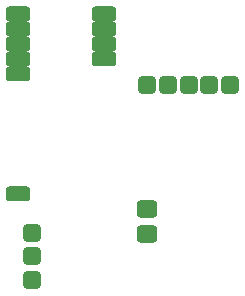
<source format=gbs>
G04 #@! TF.GenerationSoftware,KiCad,Pcbnew,7.0.11*
G04 #@! TF.CreationDate,2025-03-05T13:55:34+11:00*
G04 #@! TF.ProjectId,notestmode3,6e6f7465-7374-46d6-9f64-65332e6b6963,rev?*
G04 #@! TF.SameCoordinates,Original*
G04 #@! TF.FileFunction,Soldermask,Bot*
G04 #@! TF.FilePolarity,Negative*
%FSLAX46Y46*%
G04 Gerber Fmt 4.6, Leading zero omitted, Abs format (unit mm)*
G04 Created by KiCad (PCBNEW 7.0.11) date 2025-03-05 13:55:34*
%MOMM*%
%LPD*%
G01*
G04 APERTURE LIST*
G04 Aperture macros list*
%AMRoundRect*
0 Rectangle with rounded corners*
0 $1 Rounding radius*
0 $2 $3 $4 $5 $6 $7 $8 $9 X,Y pos of 4 corners*
0 Add a 4 corners polygon primitive as box body*
4,1,4,$2,$3,$4,$5,$6,$7,$8,$9,$2,$3,0*
0 Add four circle primitives for the rounded corners*
1,1,$1+$1,$2,$3*
1,1,$1+$1,$4,$5*
1,1,$1+$1,$6,$7*
1,1,$1+$1,$8,$9*
0 Add four rect primitives between the rounded corners*
20,1,$1+$1,$2,$3,$4,$5,0*
20,1,$1+$1,$4,$5,$6,$7,0*
20,1,$1+$1,$6,$7,$8,$9,0*
20,1,$1+$1,$8,$9,$2,$3,0*%
G04 Aperture macros list end*
%ADD10RoundRect,0.300960X-0.451440X-0.451440X0.451440X-0.451440X0.451440X0.451440X-0.451440X0.451440X0*%
%ADD11RoundRect,0.317500X-0.723900X-0.317500X0.723900X-0.317500X0.723900X0.317500X-0.723900X0.317500X0*%
%ADD12RoundRect,0.314851X0.562549X-0.425049X0.562549X0.425049X-0.562549X0.425049X-0.562549X-0.425049X0*%
G04 APERTURE END LIST*
D10*
G04 #@! TO.C,J6*
X137250000Y-132999000D03*
G04 #@! TD*
G04 #@! TO.C,J4*
X140750000Y-133000000D03*
G04 #@! TD*
G04 #@! TO.C,J17*
X124000000Y-145500000D03*
G04 #@! TD*
G04 #@! TO.C,J8*
X133750000Y-132999000D03*
G04 #@! TD*
G04 #@! TO.C,J7*
X135500000Y-133000000D03*
G04 #@! TD*
G04 #@! TO.C,J19*
X124000000Y-149500000D03*
G04 #@! TD*
D11*
G04 #@! TO.C,J1*
X122809000Y-127000000D03*
X122809000Y-128270000D03*
X122809000Y-129540000D03*
X122809000Y-130810000D03*
X122809000Y-132080000D03*
X122809000Y-142240000D03*
X130048000Y-130810000D03*
X130048000Y-129540000D03*
X130048000Y-128270000D03*
X130048000Y-127000000D03*
G04 #@! TD*
D10*
G04 #@! TO.C,J5*
X139000000Y-133000000D03*
G04 #@! TD*
G04 #@! TO.C,J18*
X124000000Y-147500000D03*
G04 #@! TD*
D12*
G04 #@! TO.C,C1*
X133750000Y-145587500D03*
X133750000Y-143512500D03*
G04 #@! TD*
M02*

</source>
